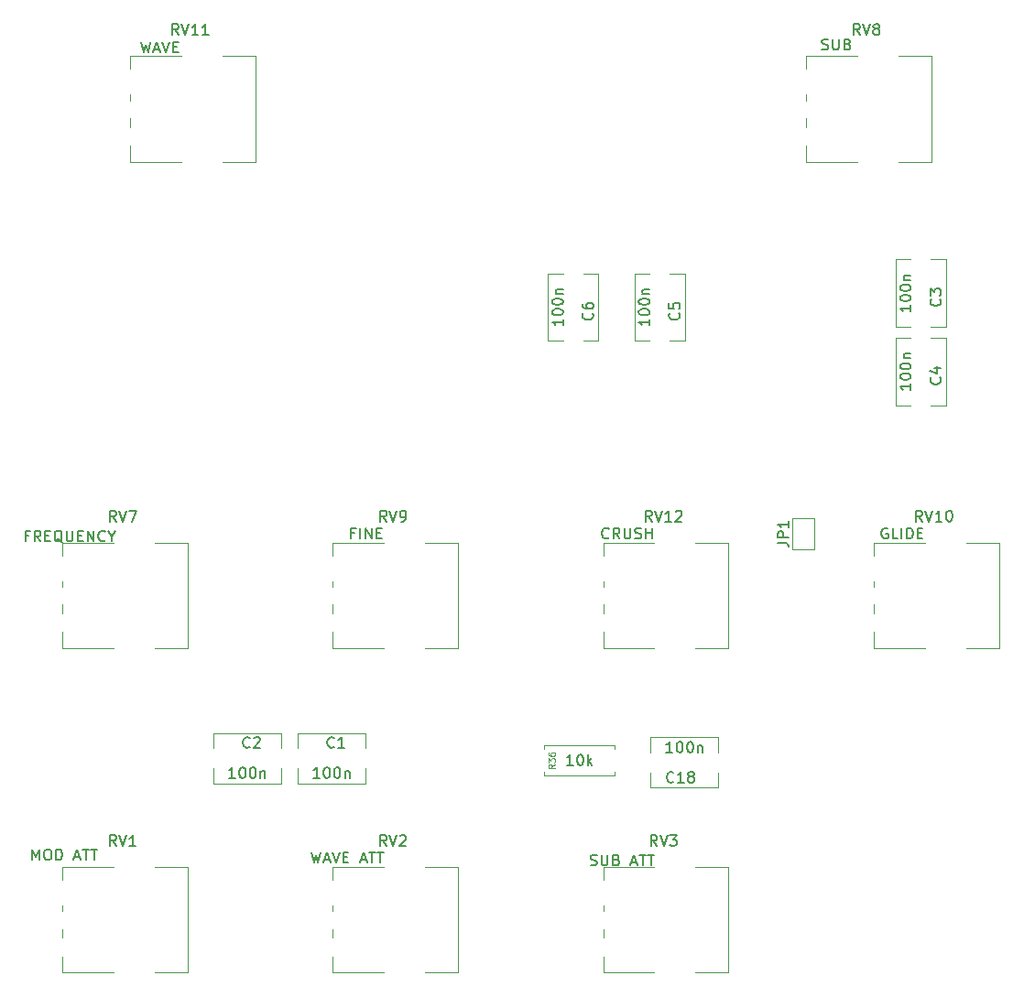
<source format=gbr>
%TF.GenerationSoftware,KiCad,Pcbnew,(5.1.9)-1*%
%TF.CreationDate,2021-06-30T11:31:52+01:00*%
%TF.ProjectId,VCDO,5643444f-2e6b-4696-9361-645f70636258,rev?*%
%TF.SameCoordinates,Original*%
%TF.FileFunction,Legend,Top*%
%TF.FilePolarity,Positive*%
%FSLAX46Y46*%
G04 Gerber Fmt 4.6, Leading zero omitted, Abs format (unit mm)*
G04 Created by KiCad (PCBNEW (5.1.9)-1) date 2021-06-30 11:31:52*
%MOMM*%
%LPD*%
G01*
G04 APERTURE LIST*
%ADD10C,0.120000*%
%ADD11C,0.150000*%
%ADD12C,0.100000*%
G04 APERTURE END LIST*
D10*
%TO.C,C18*%
X72780000Y-99475000D02*
X72780000Y-98079000D01*
X72780000Y-102721000D02*
X72780000Y-101325000D01*
X79020000Y-99475000D02*
X79020000Y-98079000D01*
X79020000Y-102721000D02*
X79020000Y-101325000D01*
X79020000Y-98079000D02*
X72780000Y-98079000D01*
X79020000Y-102721000D02*
X72780000Y-102721000D01*
%TO.C,C6*%
X64675000Y-61420000D02*
X63279000Y-61420000D01*
X67921000Y-61420000D02*
X66525000Y-61420000D01*
X64675000Y-55180000D02*
X63279000Y-55180000D01*
X67921000Y-55180000D02*
X66525000Y-55180000D01*
X63279000Y-55180000D02*
X63279000Y-61420000D01*
X67921000Y-55180000D02*
X67921000Y-61420000D01*
%TO.C,C5*%
X72675000Y-61420000D02*
X71279000Y-61420000D01*
X75921000Y-61420000D02*
X74525000Y-61420000D01*
X72675000Y-55180000D02*
X71279000Y-55180000D01*
X75921000Y-55180000D02*
X74525000Y-55180000D01*
X71279000Y-55180000D02*
X71279000Y-61420000D01*
X75921000Y-55180000D02*
X75921000Y-61420000D01*
%TO.C,C4*%
X96825000Y-67370000D02*
X95429000Y-67370000D01*
X100071000Y-67370000D02*
X98675000Y-67370000D01*
X96825000Y-61130000D02*
X95429000Y-61130000D01*
X100071000Y-61130000D02*
X98675000Y-61130000D01*
X95429000Y-61130000D02*
X95429000Y-67370000D01*
X100071000Y-61130000D02*
X100071000Y-67370000D01*
%TO.C,C3*%
X96825000Y-60120000D02*
X95429000Y-60120000D01*
X100071000Y-60120000D02*
X98675000Y-60120000D01*
X96825000Y-53880000D02*
X95429000Y-53880000D01*
X100071000Y-53880000D02*
X98675000Y-53880000D01*
X95429000Y-53880000D02*
X95429000Y-60120000D01*
X100071000Y-53880000D02*
X100071000Y-60120000D01*
%TO.C,C2*%
X38620000Y-100925000D02*
X38620000Y-102321000D01*
X38620000Y-97679000D02*
X38620000Y-99075000D01*
X32380000Y-100925000D02*
X32380000Y-102321000D01*
X32380000Y-97679000D02*
X32380000Y-99075000D01*
X32380000Y-102321000D02*
X38620000Y-102321000D01*
X32380000Y-97679000D02*
X38620000Y-97679000D01*
%TO.C,C1*%
X46420000Y-100925000D02*
X46420000Y-102321000D01*
X46420000Y-97679000D02*
X46420000Y-99075000D01*
X40180000Y-100925000D02*
X40180000Y-102321000D01*
X40180000Y-97679000D02*
X40180000Y-99075000D01*
X40180000Y-102321000D02*
X46420000Y-102321000D01*
X40180000Y-97679000D02*
X46420000Y-97679000D01*
%TO.C,RV11*%
X36227000Y-44830000D02*
X36227000Y-35090000D01*
X24637000Y-44830000D02*
X24637000Y-43340000D01*
X33167000Y-44830000D02*
X36227000Y-44830000D01*
X24637000Y-35080000D02*
X29357000Y-35080000D01*
X33167000Y-35090000D02*
X36227000Y-35090000D01*
X24637000Y-44830000D02*
X29357000Y-44830000D01*
X24637000Y-36270000D02*
X24637000Y-35090000D01*
X24637000Y-39170000D02*
X24637000Y-38640000D01*
X24637000Y-41620000D02*
X24637000Y-40790000D01*
%TO.C,RV12*%
X79977000Y-89830000D02*
X79977000Y-80090000D01*
X68387000Y-89830000D02*
X68387000Y-88340000D01*
X76917000Y-89830000D02*
X79977000Y-89830000D01*
X68387000Y-80080000D02*
X73107000Y-80080000D01*
X76917000Y-80090000D02*
X79977000Y-80090000D01*
X68387000Y-89830000D02*
X73107000Y-89830000D01*
X68387000Y-81270000D02*
X68387000Y-80090000D01*
X68387000Y-84170000D02*
X68387000Y-83640000D01*
X68387000Y-86620000D02*
X68387000Y-85790000D01*
%TO.C,RV10*%
X104977000Y-89830000D02*
X104977000Y-80090000D01*
X93387000Y-89830000D02*
X93387000Y-88340000D01*
X101917000Y-89830000D02*
X104977000Y-89830000D01*
X93387000Y-80080000D02*
X98107000Y-80080000D01*
X101917000Y-80090000D02*
X104977000Y-80090000D01*
X93387000Y-89830000D02*
X98107000Y-89830000D01*
X93387000Y-81270000D02*
X93387000Y-80090000D01*
X93387000Y-84170000D02*
X93387000Y-83640000D01*
X93387000Y-86620000D02*
X93387000Y-85790000D01*
%TO.C,RV9*%
X54977000Y-89830000D02*
X54977000Y-80090000D01*
X43387000Y-89830000D02*
X43387000Y-88340000D01*
X51917000Y-89830000D02*
X54977000Y-89830000D01*
X43387000Y-80080000D02*
X48107000Y-80080000D01*
X51917000Y-80090000D02*
X54977000Y-80090000D01*
X43387000Y-89830000D02*
X48107000Y-89830000D01*
X43387000Y-81270000D02*
X43387000Y-80090000D01*
X43387000Y-84170000D02*
X43387000Y-83640000D01*
X43387000Y-86620000D02*
X43387000Y-85790000D01*
%TO.C,RV8*%
X98727000Y-44830000D02*
X98727000Y-35090000D01*
X87137000Y-44830000D02*
X87137000Y-43340000D01*
X95667000Y-44830000D02*
X98727000Y-44830000D01*
X87137000Y-35080000D02*
X91857000Y-35080000D01*
X95667000Y-35090000D02*
X98727000Y-35090000D01*
X87137000Y-44830000D02*
X91857000Y-44830000D01*
X87137000Y-36270000D02*
X87137000Y-35090000D01*
X87137000Y-39170000D02*
X87137000Y-38640000D01*
X87137000Y-41620000D02*
X87137000Y-40790000D01*
%TO.C,RV7*%
X29977000Y-89830000D02*
X29977000Y-80090000D01*
X18387000Y-89830000D02*
X18387000Y-88340000D01*
X26917000Y-89830000D02*
X29977000Y-89830000D01*
X18387000Y-80080000D02*
X23107000Y-80080000D01*
X26917000Y-80090000D02*
X29977000Y-80090000D01*
X18387000Y-89830000D02*
X23107000Y-89830000D01*
X18387000Y-81270000D02*
X18387000Y-80090000D01*
X18387000Y-84170000D02*
X18387000Y-83640000D01*
X18387000Y-86620000D02*
X18387000Y-85790000D01*
%TO.C,RV3*%
X79977000Y-119830000D02*
X79977000Y-110090000D01*
X68387000Y-119830000D02*
X68387000Y-118340000D01*
X76917000Y-119830000D02*
X79977000Y-119830000D01*
X68387000Y-110080000D02*
X73107000Y-110080000D01*
X76917000Y-110090000D02*
X79977000Y-110090000D01*
X68387000Y-119830000D02*
X73107000Y-119830000D01*
X68387000Y-111270000D02*
X68387000Y-110090000D01*
X68387000Y-114170000D02*
X68387000Y-113640000D01*
X68387000Y-116620000D02*
X68387000Y-115790000D01*
%TO.C,RV2*%
X54977000Y-119830000D02*
X54977000Y-110090000D01*
X43387000Y-119830000D02*
X43387000Y-118340000D01*
X51917000Y-119830000D02*
X54977000Y-119830000D01*
X43387000Y-110080000D02*
X48107000Y-110080000D01*
X51917000Y-110090000D02*
X54977000Y-110090000D01*
X43387000Y-119830000D02*
X48107000Y-119830000D01*
X43387000Y-111270000D02*
X43387000Y-110090000D01*
X43387000Y-114170000D02*
X43387000Y-113640000D01*
X43387000Y-116620000D02*
X43387000Y-115790000D01*
%TO.C,RV1*%
X29977000Y-119830000D02*
X29977000Y-110090000D01*
X18387000Y-119830000D02*
X18387000Y-118340000D01*
X26917000Y-119830000D02*
X29977000Y-119830000D01*
X18387000Y-110080000D02*
X23107000Y-110080000D01*
X26917000Y-110090000D02*
X29977000Y-110090000D01*
X18387000Y-119830000D02*
X23107000Y-119830000D01*
X18387000Y-111270000D02*
X18387000Y-110090000D01*
X18387000Y-114170000D02*
X18387000Y-113640000D01*
X18387000Y-116620000D02*
X18387000Y-115790000D01*
%TO.C,R36*%
X62920000Y-99160000D02*
X62920000Y-98830000D01*
X62920000Y-98830000D02*
X69460000Y-98830000D01*
X69460000Y-98830000D02*
X69460000Y-99160000D01*
X62920000Y-101240000D02*
X62920000Y-101570000D01*
X62920000Y-101570000D02*
X69460000Y-101570000D01*
X69460000Y-101570000D02*
X69460000Y-101240000D01*
%TO.C,JP1*%
X85868000Y-80648000D02*
X85868000Y-77848000D01*
X85868000Y-77848000D02*
X87868000Y-77848000D01*
X87868000Y-77848000D02*
X87868000Y-80648000D01*
X87868000Y-80648000D02*
X85868000Y-80648000D01*
%TO.C,C18*%
D11*
X74886942Y-102166842D02*
X74839323Y-102214461D01*
X74696466Y-102262080D01*
X74601228Y-102262080D01*
X74458371Y-102214461D01*
X74363133Y-102119223D01*
X74315514Y-102023985D01*
X74267895Y-101833509D01*
X74267895Y-101690652D01*
X74315514Y-101500176D01*
X74363133Y-101404938D01*
X74458371Y-101309700D01*
X74601228Y-101262080D01*
X74696466Y-101262080D01*
X74839323Y-101309700D01*
X74886942Y-101357319D01*
X75839323Y-102262080D02*
X75267895Y-102262080D01*
X75553609Y-102262080D02*
X75553609Y-101262080D01*
X75458371Y-101404938D01*
X75363133Y-101500176D01*
X75267895Y-101547795D01*
X76410752Y-101690652D02*
X76315514Y-101643033D01*
X76267895Y-101595414D01*
X76220276Y-101500176D01*
X76220276Y-101452557D01*
X76267895Y-101357319D01*
X76315514Y-101309700D01*
X76410752Y-101262080D01*
X76601228Y-101262080D01*
X76696466Y-101309700D01*
X76744085Y-101357319D01*
X76791704Y-101452557D01*
X76791704Y-101500176D01*
X76744085Y-101595414D01*
X76696466Y-101643033D01*
X76601228Y-101690652D01*
X76410752Y-101690652D01*
X76315514Y-101738271D01*
X76267895Y-101785890D01*
X76220276Y-101881128D01*
X76220276Y-102071604D01*
X76267895Y-102166842D01*
X76315514Y-102214461D01*
X76410752Y-102262080D01*
X76601228Y-102262080D01*
X76696466Y-102214461D01*
X76744085Y-102166842D01*
X76791704Y-102071604D01*
X76791704Y-101881128D01*
X76744085Y-101785890D01*
X76696466Y-101738271D01*
X76601228Y-101690652D01*
X74789212Y-99465540D02*
X74217783Y-99465540D01*
X74503498Y-99465540D02*
X74503498Y-98465540D01*
X74408260Y-98608398D01*
X74313021Y-98703636D01*
X74217783Y-98751255D01*
X75408260Y-98465540D02*
X75503498Y-98465540D01*
X75598736Y-98513160D01*
X75646355Y-98560779D01*
X75693974Y-98656017D01*
X75741593Y-98846493D01*
X75741593Y-99084588D01*
X75693974Y-99275064D01*
X75646355Y-99370302D01*
X75598736Y-99417921D01*
X75503498Y-99465540D01*
X75408260Y-99465540D01*
X75313021Y-99417921D01*
X75265402Y-99370302D01*
X75217783Y-99275064D01*
X75170164Y-99084588D01*
X75170164Y-98846493D01*
X75217783Y-98656017D01*
X75265402Y-98560779D01*
X75313021Y-98513160D01*
X75408260Y-98465540D01*
X76360640Y-98465540D02*
X76455879Y-98465540D01*
X76551117Y-98513160D01*
X76598736Y-98560779D01*
X76646355Y-98656017D01*
X76693974Y-98846493D01*
X76693974Y-99084588D01*
X76646355Y-99275064D01*
X76598736Y-99370302D01*
X76551117Y-99417921D01*
X76455879Y-99465540D01*
X76360640Y-99465540D01*
X76265402Y-99417921D01*
X76217783Y-99370302D01*
X76170164Y-99275064D01*
X76122545Y-99084588D01*
X76122545Y-98846493D01*
X76170164Y-98656017D01*
X76217783Y-98560779D01*
X76265402Y-98513160D01*
X76360640Y-98465540D01*
X77122545Y-98798874D02*
X77122545Y-99465540D01*
X77122545Y-98894112D02*
X77170164Y-98846493D01*
X77265402Y-98798874D01*
X77408260Y-98798874D01*
X77503498Y-98846493D01*
X77551117Y-98941731D01*
X77551117Y-99465540D01*
%TO.C,C6*%
X67366842Y-58836866D02*
X67414461Y-58884485D01*
X67462080Y-59027342D01*
X67462080Y-59122580D01*
X67414461Y-59265438D01*
X67319223Y-59360676D01*
X67223985Y-59408295D01*
X67033509Y-59455914D01*
X66890652Y-59455914D01*
X66700176Y-59408295D01*
X66604938Y-59360676D01*
X66509700Y-59265438D01*
X66462080Y-59122580D01*
X66462080Y-59027342D01*
X66509700Y-58884485D01*
X66557319Y-58836866D01*
X66462080Y-57979723D02*
X66462080Y-58170200D01*
X66509700Y-58265438D01*
X66557319Y-58313057D01*
X66700176Y-58408295D01*
X66890652Y-58455914D01*
X67271604Y-58455914D01*
X67366842Y-58408295D01*
X67414461Y-58360676D01*
X67462080Y-58265438D01*
X67462080Y-58074961D01*
X67414461Y-57979723D01*
X67366842Y-57932104D01*
X67271604Y-57884485D01*
X67033509Y-57884485D01*
X66938271Y-57932104D01*
X66890652Y-57979723D01*
X66843033Y-58074961D01*
X66843033Y-58265438D01*
X66890652Y-58360676D01*
X66938271Y-58408295D01*
X67033509Y-58455914D01*
X64665540Y-59410787D02*
X64665540Y-59982216D01*
X64665540Y-59696501D02*
X63665540Y-59696501D01*
X63808398Y-59791740D01*
X63903636Y-59886978D01*
X63951255Y-59982216D01*
X63665540Y-58791740D02*
X63665540Y-58696501D01*
X63713160Y-58601263D01*
X63760779Y-58553644D01*
X63856017Y-58506025D01*
X64046493Y-58458406D01*
X64284588Y-58458406D01*
X64475064Y-58506025D01*
X64570302Y-58553644D01*
X64617921Y-58601263D01*
X64665540Y-58696501D01*
X64665540Y-58791740D01*
X64617921Y-58886978D01*
X64570302Y-58934597D01*
X64475064Y-58982216D01*
X64284588Y-59029835D01*
X64046493Y-59029835D01*
X63856017Y-58982216D01*
X63760779Y-58934597D01*
X63713160Y-58886978D01*
X63665540Y-58791740D01*
X63665540Y-57839359D02*
X63665540Y-57744120D01*
X63713160Y-57648882D01*
X63760779Y-57601263D01*
X63856017Y-57553644D01*
X64046493Y-57506025D01*
X64284588Y-57506025D01*
X64475064Y-57553644D01*
X64570302Y-57601263D01*
X64617921Y-57648882D01*
X64665540Y-57744120D01*
X64665540Y-57839359D01*
X64617921Y-57934597D01*
X64570302Y-57982216D01*
X64475064Y-58029835D01*
X64284588Y-58077454D01*
X64046493Y-58077454D01*
X63856017Y-58029835D01*
X63760779Y-57982216D01*
X63713160Y-57934597D01*
X63665540Y-57839359D01*
X63998874Y-57077454D02*
X64665540Y-57077454D01*
X64094112Y-57077454D02*
X64046493Y-57029835D01*
X63998874Y-56934597D01*
X63998874Y-56791740D01*
X64046493Y-56696501D01*
X64141731Y-56648882D01*
X64665540Y-56648882D01*
%TO.C,C5*%
X75366842Y-58836866D02*
X75414461Y-58884485D01*
X75462080Y-59027342D01*
X75462080Y-59122580D01*
X75414461Y-59265438D01*
X75319223Y-59360676D01*
X75223985Y-59408295D01*
X75033509Y-59455914D01*
X74890652Y-59455914D01*
X74700176Y-59408295D01*
X74604938Y-59360676D01*
X74509700Y-59265438D01*
X74462080Y-59122580D01*
X74462080Y-59027342D01*
X74509700Y-58884485D01*
X74557319Y-58836866D01*
X74462080Y-57932104D02*
X74462080Y-58408295D01*
X74938271Y-58455914D01*
X74890652Y-58408295D01*
X74843033Y-58313057D01*
X74843033Y-58074961D01*
X74890652Y-57979723D01*
X74938271Y-57932104D01*
X75033509Y-57884485D01*
X75271604Y-57884485D01*
X75366842Y-57932104D01*
X75414461Y-57979723D01*
X75462080Y-58074961D01*
X75462080Y-58313057D01*
X75414461Y-58408295D01*
X75366842Y-58455914D01*
X72665540Y-59410787D02*
X72665540Y-59982216D01*
X72665540Y-59696501D02*
X71665540Y-59696501D01*
X71808398Y-59791740D01*
X71903636Y-59886978D01*
X71951255Y-59982216D01*
X71665540Y-58791740D02*
X71665540Y-58696501D01*
X71713160Y-58601263D01*
X71760779Y-58553644D01*
X71856017Y-58506025D01*
X72046493Y-58458406D01*
X72284588Y-58458406D01*
X72475064Y-58506025D01*
X72570302Y-58553644D01*
X72617921Y-58601263D01*
X72665540Y-58696501D01*
X72665540Y-58791740D01*
X72617921Y-58886978D01*
X72570302Y-58934597D01*
X72475064Y-58982216D01*
X72284588Y-59029835D01*
X72046493Y-59029835D01*
X71856017Y-58982216D01*
X71760779Y-58934597D01*
X71713160Y-58886978D01*
X71665540Y-58791740D01*
X71665540Y-57839359D02*
X71665540Y-57744120D01*
X71713160Y-57648882D01*
X71760779Y-57601263D01*
X71856017Y-57553644D01*
X72046493Y-57506025D01*
X72284588Y-57506025D01*
X72475064Y-57553644D01*
X72570302Y-57601263D01*
X72617921Y-57648882D01*
X72665540Y-57744120D01*
X72665540Y-57839359D01*
X72617921Y-57934597D01*
X72570302Y-57982216D01*
X72475064Y-58029835D01*
X72284588Y-58077454D01*
X72046493Y-58077454D01*
X71856017Y-58029835D01*
X71760779Y-57982216D01*
X71713160Y-57934597D01*
X71665540Y-57839359D01*
X71998874Y-57077454D02*
X72665540Y-57077454D01*
X72094112Y-57077454D02*
X72046493Y-57029835D01*
X71998874Y-56934597D01*
X71998874Y-56791740D01*
X72046493Y-56696501D01*
X72141731Y-56648882D01*
X72665540Y-56648882D01*
%TO.C,C4*%
X99516842Y-64786866D02*
X99564461Y-64834485D01*
X99612080Y-64977342D01*
X99612080Y-65072580D01*
X99564461Y-65215438D01*
X99469223Y-65310676D01*
X99373985Y-65358295D01*
X99183509Y-65405914D01*
X99040652Y-65405914D01*
X98850176Y-65358295D01*
X98754938Y-65310676D01*
X98659700Y-65215438D01*
X98612080Y-65072580D01*
X98612080Y-64977342D01*
X98659700Y-64834485D01*
X98707319Y-64786866D01*
X98945414Y-63929723D02*
X99612080Y-63929723D01*
X98564461Y-64167819D02*
X99278747Y-64405914D01*
X99278747Y-63786866D01*
X96815540Y-65360787D02*
X96815540Y-65932216D01*
X96815540Y-65646501D02*
X95815540Y-65646501D01*
X95958398Y-65741740D01*
X96053636Y-65836978D01*
X96101255Y-65932216D01*
X95815540Y-64741740D02*
X95815540Y-64646501D01*
X95863160Y-64551263D01*
X95910779Y-64503644D01*
X96006017Y-64456025D01*
X96196493Y-64408406D01*
X96434588Y-64408406D01*
X96625064Y-64456025D01*
X96720302Y-64503644D01*
X96767921Y-64551263D01*
X96815540Y-64646501D01*
X96815540Y-64741740D01*
X96767921Y-64836978D01*
X96720302Y-64884597D01*
X96625064Y-64932216D01*
X96434588Y-64979835D01*
X96196493Y-64979835D01*
X96006017Y-64932216D01*
X95910779Y-64884597D01*
X95863160Y-64836978D01*
X95815540Y-64741740D01*
X95815540Y-63789359D02*
X95815540Y-63694120D01*
X95863160Y-63598882D01*
X95910779Y-63551263D01*
X96006017Y-63503644D01*
X96196493Y-63456025D01*
X96434588Y-63456025D01*
X96625064Y-63503644D01*
X96720302Y-63551263D01*
X96767921Y-63598882D01*
X96815540Y-63694120D01*
X96815540Y-63789359D01*
X96767921Y-63884597D01*
X96720302Y-63932216D01*
X96625064Y-63979835D01*
X96434588Y-64027454D01*
X96196493Y-64027454D01*
X96006017Y-63979835D01*
X95910779Y-63932216D01*
X95863160Y-63884597D01*
X95815540Y-63789359D01*
X96148874Y-63027454D02*
X96815540Y-63027454D01*
X96244112Y-63027454D02*
X96196493Y-62979835D01*
X96148874Y-62884597D01*
X96148874Y-62741740D01*
X96196493Y-62646501D01*
X96291731Y-62598882D01*
X96815540Y-62598882D01*
%TO.C,C3*%
X99516842Y-57536866D02*
X99564461Y-57584485D01*
X99612080Y-57727342D01*
X99612080Y-57822580D01*
X99564461Y-57965438D01*
X99469223Y-58060676D01*
X99373985Y-58108295D01*
X99183509Y-58155914D01*
X99040652Y-58155914D01*
X98850176Y-58108295D01*
X98754938Y-58060676D01*
X98659700Y-57965438D01*
X98612080Y-57822580D01*
X98612080Y-57727342D01*
X98659700Y-57584485D01*
X98707319Y-57536866D01*
X98612080Y-57203533D02*
X98612080Y-56584485D01*
X98993033Y-56917819D01*
X98993033Y-56774961D01*
X99040652Y-56679723D01*
X99088271Y-56632104D01*
X99183509Y-56584485D01*
X99421604Y-56584485D01*
X99516842Y-56632104D01*
X99564461Y-56679723D01*
X99612080Y-56774961D01*
X99612080Y-57060676D01*
X99564461Y-57155914D01*
X99516842Y-57203533D01*
X96815540Y-58110787D02*
X96815540Y-58682216D01*
X96815540Y-58396501D02*
X95815540Y-58396501D01*
X95958398Y-58491740D01*
X96053636Y-58586978D01*
X96101255Y-58682216D01*
X95815540Y-57491740D02*
X95815540Y-57396501D01*
X95863160Y-57301263D01*
X95910779Y-57253644D01*
X96006017Y-57206025D01*
X96196493Y-57158406D01*
X96434588Y-57158406D01*
X96625064Y-57206025D01*
X96720302Y-57253644D01*
X96767921Y-57301263D01*
X96815540Y-57396501D01*
X96815540Y-57491740D01*
X96767921Y-57586978D01*
X96720302Y-57634597D01*
X96625064Y-57682216D01*
X96434588Y-57729835D01*
X96196493Y-57729835D01*
X96006017Y-57682216D01*
X95910779Y-57634597D01*
X95863160Y-57586978D01*
X95815540Y-57491740D01*
X95815540Y-56539359D02*
X95815540Y-56444120D01*
X95863160Y-56348882D01*
X95910779Y-56301263D01*
X96006017Y-56253644D01*
X96196493Y-56206025D01*
X96434588Y-56206025D01*
X96625064Y-56253644D01*
X96720302Y-56301263D01*
X96767921Y-56348882D01*
X96815540Y-56444120D01*
X96815540Y-56539359D01*
X96767921Y-56634597D01*
X96720302Y-56682216D01*
X96625064Y-56729835D01*
X96434588Y-56777454D01*
X96196493Y-56777454D01*
X96006017Y-56729835D01*
X95910779Y-56682216D01*
X95863160Y-56634597D01*
X95815540Y-56539359D01*
X96148874Y-55777454D02*
X96815540Y-55777454D01*
X96244112Y-55777454D02*
X96196493Y-55729835D01*
X96148874Y-55634597D01*
X96148874Y-55491740D01*
X96196493Y-55396501D01*
X96291731Y-55348882D01*
X96815540Y-55348882D01*
%TO.C,C2*%
X35703533Y-98947442D02*
X35655914Y-98995061D01*
X35513057Y-99042680D01*
X35417819Y-99042680D01*
X35274961Y-98995061D01*
X35179723Y-98899823D01*
X35132104Y-98804585D01*
X35084485Y-98614109D01*
X35084485Y-98471252D01*
X35132104Y-98280776D01*
X35179723Y-98185538D01*
X35274961Y-98090300D01*
X35417819Y-98042680D01*
X35513057Y-98042680D01*
X35655914Y-98090300D01*
X35703533Y-98137919D01*
X36084485Y-98137919D02*
X36132104Y-98090300D01*
X36227342Y-98042680D01*
X36465438Y-98042680D01*
X36560676Y-98090300D01*
X36608295Y-98137919D01*
X36655914Y-98233157D01*
X36655914Y-98328395D01*
X36608295Y-98471252D01*
X36036866Y-99042680D01*
X36655914Y-99042680D01*
X34372692Y-101839220D02*
X33801263Y-101839220D01*
X34086978Y-101839220D02*
X34086978Y-100839220D01*
X33991740Y-100982078D01*
X33896501Y-101077316D01*
X33801263Y-101124935D01*
X34991740Y-100839220D02*
X35086978Y-100839220D01*
X35182216Y-100886840D01*
X35229835Y-100934459D01*
X35277454Y-101029697D01*
X35325073Y-101220173D01*
X35325073Y-101458268D01*
X35277454Y-101648744D01*
X35229835Y-101743982D01*
X35182216Y-101791601D01*
X35086978Y-101839220D01*
X34991740Y-101839220D01*
X34896501Y-101791601D01*
X34848882Y-101743982D01*
X34801263Y-101648744D01*
X34753644Y-101458268D01*
X34753644Y-101220173D01*
X34801263Y-101029697D01*
X34848882Y-100934459D01*
X34896501Y-100886840D01*
X34991740Y-100839220D01*
X35944120Y-100839220D02*
X36039359Y-100839220D01*
X36134597Y-100886840D01*
X36182216Y-100934459D01*
X36229835Y-101029697D01*
X36277454Y-101220173D01*
X36277454Y-101458268D01*
X36229835Y-101648744D01*
X36182216Y-101743982D01*
X36134597Y-101791601D01*
X36039359Y-101839220D01*
X35944120Y-101839220D01*
X35848882Y-101791601D01*
X35801263Y-101743982D01*
X35753644Y-101648744D01*
X35706025Y-101458268D01*
X35706025Y-101220173D01*
X35753644Y-101029697D01*
X35801263Y-100934459D01*
X35848882Y-100886840D01*
X35944120Y-100839220D01*
X36706025Y-101172554D02*
X36706025Y-101839220D01*
X36706025Y-101267792D02*
X36753644Y-101220173D01*
X36848882Y-101172554D01*
X36991740Y-101172554D01*
X37086978Y-101220173D01*
X37134597Y-101315411D01*
X37134597Y-101839220D01*
%TO.C,C1*%
X43503533Y-98947442D02*
X43455914Y-98995061D01*
X43313057Y-99042680D01*
X43217819Y-99042680D01*
X43074961Y-98995061D01*
X42979723Y-98899823D01*
X42932104Y-98804585D01*
X42884485Y-98614109D01*
X42884485Y-98471252D01*
X42932104Y-98280776D01*
X42979723Y-98185538D01*
X43074961Y-98090300D01*
X43217819Y-98042680D01*
X43313057Y-98042680D01*
X43455914Y-98090300D01*
X43503533Y-98137919D01*
X44455914Y-99042680D02*
X43884485Y-99042680D01*
X44170200Y-99042680D02*
X44170200Y-98042680D01*
X44074961Y-98185538D01*
X43979723Y-98280776D01*
X43884485Y-98328395D01*
X42172692Y-101839220D02*
X41601263Y-101839220D01*
X41886978Y-101839220D02*
X41886978Y-100839220D01*
X41791740Y-100982078D01*
X41696501Y-101077316D01*
X41601263Y-101124935D01*
X42791740Y-100839220D02*
X42886978Y-100839220D01*
X42982216Y-100886840D01*
X43029835Y-100934459D01*
X43077454Y-101029697D01*
X43125073Y-101220173D01*
X43125073Y-101458268D01*
X43077454Y-101648744D01*
X43029835Y-101743982D01*
X42982216Y-101791601D01*
X42886978Y-101839220D01*
X42791740Y-101839220D01*
X42696501Y-101791601D01*
X42648882Y-101743982D01*
X42601263Y-101648744D01*
X42553644Y-101458268D01*
X42553644Y-101220173D01*
X42601263Y-101029697D01*
X42648882Y-100934459D01*
X42696501Y-100886840D01*
X42791740Y-100839220D01*
X43744120Y-100839220D02*
X43839359Y-100839220D01*
X43934597Y-100886840D01*
X43982216Y-100934459D01*
X44029835Y-101029697D01*
X44077454Y-101220173D01*
X44077454Y-101458268D01*
X44029835Y-101648744D01*
X43982216Y-101743982D01*
X43934597Y-101791601D01*
X43839359Y-101839220D01*
X43744120Y-101839220D01*
X43648882Y-101791601D01*
X43601263Y-101743982D01*
X43553644Y-101648744D01*
X43506025Y-101458268D01*
X43506025Y-101220173D01*
X43553644Y-101029697D01*
X43601263Y-100934459D01*
X43648882Y-100886840D01*
X43744120Y-100839220D01*
X44506025Y-101172554D02*
X44506025Y-101839220D01*
X44506025Y-101267792D02*
X44553644Y-101220173D01*
X44648882Y-101172554D01*
X44791740Y-101172554D01*
X44886978Y-101220173D01*
X44934597Y-101315411D01*
X44934597Y-101839220D01*
%TO.C,RV11*%
X29135571Y-33112380D02*
X28802238Y-32636190D01*
X28564142Y-33112380D02*
X28564142Y-32112380D01*
X28945095Y-32112380D01*
X29040333Y-32160000D01*
X29087952Y-32207619D01*
X29135571Y-32302857D01*
X29135571Y-32445714D01*
X29087952Y-32540952D01*
X29040333Y-32588571D01*
X28945095Y-32636190D01*
X28564142Y-32636190D01*
X29421285Y-32112380D02*
X29754619Y-33112380D01*
X30087952Y-32112380D01*
X30945095Y-33112380D02*
X30373666Y-33112380D01*
X30659380Y-33112380D02*
X30659380Y-32112380D01*
X30564142Y-32255238D01*
X30468904Y-32350476D01*
X30373666Y-32398095D01*
X31897476Y-33112380D02*
X31326047Y-33112380D01*
X31611761Y-33112380D02*
X31611761Y-32112380D01*
X31516523Y-32255238D01*
X31421285Y-32350476D01*
X31326047Y-32398095D01*
X25693904Y-33742380D02*
X25932000Y-34742380D01*
X26122476Y-34028095D01*
X26312952Y-34742380D01*
X26551047Y-33742380D01*
X26884380Y-34456666D02*
X27360571Y-34456666D01*
X26789142Y-34742380D02*
X27122476Y-33742380D01*
X27455809Y-34742380D01*
X27646285Y-33742380D02*
X27979619Y-34742380D01*
X28312952Y-33742380D01*
X28646285Y-34218571D02*
X28979619Y-34218571D01*
X29122476Y-34742380D02*
X28646285Y-34742380D01*
X28646285Y-33742380D01*
X29122476Y-33742380D01*
%TO.C,RV12*%
X72885571Y-78112380D02*
X72552238Y-77636190D01*
X72314142Y-78112380D02*
X72314142Y-77112380D01*
X72695095Y-77112380D01*
X72790333Y-77160000D01*
X72837952Y-77207619D01*
X72885571Y-77302857D01*
X72885571Y-77445714D01*
X72837952Y-77540952D01*
X72790333Y-77588571D01*
X72695095Y-77636190D01*
X72314142Y-77636190D01*
X73171285Y-77112380D02*
X73504619Y-78112380D01*
X73837952Y-77112380D01*
X74695095Y-78112380D02*
X74123666Y-78112380D01*
X74409380Y-78112380D02*
X74409380Y-77112380D01*
X74314142Y-77255238D01*
X74218904Y-77350476D01*
X74123666Y-77398095D01*
X75076047Y-77207619D02*
X75123666Y-77160000D01*
X75218904Y-77112380D01*
X75457000Y-77112380D01*
X75552238Y-77160000D01*
X75599857Y-77207619D01*
X75647476Y-77302857D01*
X75647476Y-77398095D01*
X75599857Y-77540952D01*
X75028428Y-78112380D01*
X75647476Y-78112380D01*
X68897714Y-79605142D02*
X68850095Y-79652761D01*
X68707238Y-79700380D01*
X68612000Y-79700380D01*
X68469142Y-79652761D01*
X68373904Y-79557523D01*
X68326285Y-79462285D01*
X68278666Y-79271809D01*
X68278666Y-79128952D01*
X68326285Y-78938476D01*
X68373904Y-78843238D01*
X68469142Y-78748000D01*
X68612000Y-78700380D01*
X68707238Y-78700380D01*
X68850095Y-78748000D01*
X68897714Y-78795619D01*
X69897714Y-79700380D02*
X69564380Y-79224190D01*
X69326285Y-79700380D02*
X69326285Y-78700380D01*
X69707238Y-78700380D01*
X69802476Y-78748000D01*
X69850095Y-78795619D01*
X69897714Y-78890857D01*
X69897714Y-79033714D01*
X69850095Y-79128952D01*
X69802476Y-79176571D01*
X69707238Y-79224190D01*
X69326285Y-79224190D01*
X70326285Y-78700380D02*
X70326285Y-79509904D01*
X70373904Y-79605142D01*
X70421523Y-79652761D01*
X70516761Y-79700380D01*
X70707238Y-79700380D01*
X70802476Y-79652761D01*
X70850095Y-79605142D01*
X70897714Y-79509904D01*
X70897714Y-78700380D01*
X71326285Y-79652761D02*
X71469142Y-79700380D01*
X71707238Y-79700380D01*
X71802476Y-79652761D01*
X71850095Y-79605142D01*
X71897714Y-79509904D01*
X71897714Y-79414666D01*
X71850095Y-79319428D01*
X71802476Y-79271809D01*
X71707238Y-79224190D01*
X71516761Y-79176571D01*
X71421523Y-79128952D01*
X71373904Y-79081333D01*
X71326285Y-78986095D01*
X71326285Y-78890857D01*
X71373904Y-78795619D01*
X71421523Y-78748000D01*
X71516761Y-78700380D01*
X71754857Y-78700380D01*
X71897714Y-78748000D01*
X72326285Y-79700380D02*
X72326285Y-78700380D01*
X72326285Y-79176571D02*
X72897714Y-79176571D01*
X72897714Y-79700380D02*
X72897714Y-78700380D01*
%TO.C,RV10*%
X97885571Y-78112380D02*
X97552238Y-77636190D01*
X97314142Y-78112380D02*
X97314142Y-77112380D01*
X97695095Y-77112380D01*
X97790333Y-77160000D01*
X97837952Y-77207619D01*
X97885571Y-77302857D01*
X97885571Y-77445714D01*
X97837952Y-77540952D01*
X97790333Y-77588571D01*
X97695095Y-77636190D01*
X97314142Y-77636190D01*
X98171285Y-77112380D02*
X98504619Y-78112380D01*
X98837952Y-77112380D01*
X99695095Y-78112380D02*
X99123666Y-78112380D01*
X99409380Y-78112380D02*
X99409380Y-77112380D01*
X99314142Y-77255238D01*
X99218904Y-77350476D01*
X99123666Y-77398095D01*
X100314142Y-77112380D02*
X100409380Y-77112380D01*
X100504619Y-77160000D01*
X100552238Y-77207619D01*
X100599857Y-77302857D01*
X100647476Y-77493333D01*
X100647476Y-77731428D01*
X100599857Y-77921904D01*
X100552238Y-78017142D01*
X100504619Y-78064761D01*
X100409380Y-78112380D01*
X100314142Y-78112380D01*
X100218904Y-78064761D01*
X100171285Y-78017142D01*
X100123666Y-77921904D01*
X100076047Y-77731428D01*
X100076047Y-77493333D01*
X100123666Y-77302857D01*
X100171285Y-77207619D01*
X100218904Y-77160000D01*
X100314142Y-77112380D01*
X94678666Y-78748000D02*
X94583428Y-78700380D01*
X94440571Y-78700380D01*
X94297714Y-78748000D01*
X94202476Y-78843238D01*
X94154857Y-78938476D01*
X94107238Y-79128952D01*
X94107238Y-79271809D01*
X94154857Y-79462285D01*
X94202476Y-79557523D01*
X94297714Y-79652761D01*
X94440571Y-79700380D01*
X94535809Y-79700380D01*
X94678666Y-79652761D01*
X94726285Y-79605142D01*
X94726285Y-79271809D01*
X94535809Y-79271809D01*
X95631047Y-79700380D02*
X95154857Y-79700380D01*
X95154857Y-78700380D01*
X95964380Y-79700380D02*
X95964380Y-78700380D01*
X96440571Y-79700380D02*
X96440571Y-78700380D01*
X96678666Y-78700380D01*
X96821523Y-78748000D01*
X96916761Y-78843238D01*
X96964380Y-78938476D01*
X97012000Y-79128952D01*
X97012000Y-79271809D01*
X96964380Y-79462285D01*
X96916761Y-79557523D01*
X96821523Y-79652761D01*
X96678666Y-79700380D01*
X96440571Y-79700380D01*
X97440571Y-79176571D02*
X97773904Y-79176571D01*
X97916761Y-79700380D02*
X97440571Y-79700380D01*
X97440571Y-78700380D01*
X97916761Y-78700380D01*
%TO.C,RV9*%
X48361761Y-78112380D02*
X48028428Y-77636190D01*
X47790333Y-78112380D02*
X47790333Y-77112380D01*
X48171285Y-77112380D01*
X48266523Y-77160000D01*
X48314142Y-77207619D01*
X48361761Y-77302857D01*
X48361761Y-77445714D01*
X48314142Y-77540952D01*
X48266523Y-77588571D01*
X48171285Y-77636190D01*
X47790333Y-77636190D01*
X48647476Y-77112380D02*
X48980809Y-78112380D01*
X49314142Y-77112380D01*
X49695095Y-78112380D02*
X49885571Y-78112380D01*
X49980809Y-78064761D01*
X50028428Y-78017142D01*
X50123666Y-77874285D01*
X50171285Y-77683809D01*
X50171285Y-77302857D01*
X50123666Y-77207619D01*
X50076047Y-77160000D01*
X49980809Y-77112380D01*
X49790333Y-77112380D01*
X49695095Y-77160000D01*
X49647476Y-77207619D01*
X49599857Y-77302857D01*
X49599857Y-77540952D01*
X49647476Y-77636190D01*
X49695095Y-77683809D01*
X49790333Y-77731428D01*
X49980809Y-77731428D01*
X50076047Y-77683809D01*
X50123666Y-77636190D01*
X50171285Y-77540952D01*
X45410571Y-79176571D02*
X45077238Y-79176571D01*
X45077238Y-79700380D02*
X45077238Y-78700380D01*
X45553428Y-78700380D01*
X45934380Y-79700380D02*
X45934380Y-78700380D01*
X46410571Y-79700380D02*
X46410571Y-78700380D01*
X46982000Y-79700380D01*
X46982000Y-78700380D01*
X47458190Y-79176571D02*
X47791523Y-79176571D01*
X47934380Y-79700380D02*
X47458190Y-79700380D01*
X47458190Y-78700380D01*
X47934380Y-78700380D01*
%TO.C,RV8*%
X92111761Y-33112380D02*
X91778428Y-32636190D01*
X91540333Y-33112380D02*
X91540333Y-32112380D01*
X91921285Y-32112380D01*
X92016523Y-32160000D01*
X92064142Y-32207619D01*
X92111761Y-32302857D01*
X92111761Y-32445714D01*
X92064142Y-32540952D01*
X92016523Y-32588571D01*
X91921285Y-32636190D01*
X91540333Y-32636190D01*
X92397476Y-32112380D02*
X92730809Y-33112380D01*
X93064142Y-32112380D01*
X93540333Y-32540952D02*
X93445095Y-32493333D01*
X93397476Y-32445714D01*
X93349857Y-32350476D01*
X93349857Y-32302857D01*
X93397476Y-32207619D01*
X93445095Y-32160000D01*
X93540333Y-32112380D01*
X93730809Y-32112380D01*
X93826047Y-32160000D01*
X93873666Y-32207619D01*
X93921285Y-32302857D01*
X93921285Y-32350476D01*
X93873666Y-32445714D01*
X93826047Y-32493333D01*
X93730809Y-32540952D01*
X93540333Y-32540952D01*
X93445095Y-32588571D01*
X93397476Y-32636190D01*
X93349857Y-32731428D01*
X93349857Y-32921904D01*
X93397476Y-33017142D01*
X93445095Y-33064761D01*
X93540333Y-33112380D01*
X93730809Y-33112380D01*
X93826047Y-33064761D01*
X93873666Y-33017142D01*
X93921285Y-32921904D01*
X93921285Y-32731428D01*
X93873666Y-32636190D01*
X93826047Y-32588571D01*
X93730809Y-32540952D01*
X88606476Y-34440761D02*
X88749333Y-34488380D01*
X88987428Y-34488380D01*
X89082666Y-34440761D01*
X89130285Y-34393142D01*
X89177904Y-34297904D01*
X89177904Y-34202666D01*
X89130285Y-34107428D01*
X89082666Y-34059809D01*
X88987428Y-34012190D01*
X88796952Y-33964571D01*
X88701714Y-33916952D01*
X88654095Y-33869333D01*
X88606476Y-33774095D01*
X88606476Y-33678857D01*
X88654095Y-33583619D01*
X88701714Y-33536000D01*
X88796952Y-33488380D01*
X89035047Y-33488380D01*
X89177904Y-33536000D01*
X89606476Y-33488380D02*
X89606476Y-34297904D01*
X89654095Y-34393142D01*
X89701714Y-34440761D01*
X89796952Y-34488380D01*
X89987428Y-34488380D01*
X90082666Y-34440761D01*
X90130285Y-34393142D01*
X90177904Y-34297904D01*
X90177904Y-33488380D01*
X90987428Y-33964571D02*
X91130285Y-34012190D01*
X91177904Y-34059809D01*
X91225523Y-34155047D01*
X91225523Y-34297904D01*
X91177904Y-34393142D01*
X91130285Y-34440761D01*
X91035047Y-34488380D01*
X90654095Y-34488380D01*
X90654095Y-33488380D01*
X90987428Y-33488380D01*
X91082666Y-33536000D01*
X91130285Y-33583619D01*
X91177904Y-33678857D01*
X91177904Y-33774095D01*
X91130285Y-33869333D01*
X91082666Y-33916952D01*
X90987428Y-33964571D01*
X90654095Y-33964571D01*
%TO.C,RV7*%
X23361761Y-78112380D02*
X23028428Y-77636190D01*
X22790333Y-78112380D02*
X22790333Y-77112380D01*
X23171285Y-77112380D01*
X23266523Y-77160000D01*
X23314142Y-77207619D01*
X23361761Y-77302857D01*
X23361761Y-77445714D01*
X23314142Y-77540952D01*
X23266523Y-77588571D01*
X23171285Y-77636190D01*
X22790333Y-77636190D01*
X23647476Y-77112380D02*
X23980809Y-78112380D01*
X24314142Y-77112380D01*
X24552238Y-77112380D02*
X25218904Y-77112380D01*
X24790333Y-78112380D01*
X15288095Y-79430571D02*
X14954761Y-79430571D01*
X14954761Y-79954380D02*
X14954761Y-78954380D01*
X15430952Y-78954380D01*
X16383333Y-79954380D02*
X16050000Y-79478190D01*
X15811904Y-79954380D02*
X15811904Y-78954380D01*
X16192857Y-78954380D01*
X16288095Y-79002000D01*
X16335714Y-79049619D01*
X16383333Y-79144857D01*
X16383333Y-79287714D01*
X16335714Y-79382952D01*
X16288095Y-79430571D01*
X16192857Y-79478190D01*
X15811904Y-79478190D01*
X16811904Y-79430571D02*
X17145238Y-79430571D01*
X17288095Y-79954380D02*
X16811904Y-79954380D01*
X16811904Y-78954380D01*
X17288095Y-78954380D01*
X18383333Y-80049619D02*
X18288095Y-80002000D01*
X18192857Y-79906761D01*
X18050000Y-79763904D01*
X17954761Y-79716285D01*
X17859523Y-79716285D01*
X17907142Y-79954380D02*
X17811904Y-79906761D01*
X17716666Y-79811523D01*
X17669047Y-79621047D01*
X17669047Y-79287714D01*
X17716666Y-79097238D01*
X17811904Y-79002000D01*
X17907142Y-78954380D01*
X18097619Y-78954380D01*
X18192857Y-79002000D01*
X18288095Y-79097238D01*
X18335714Y-79287714D01*
X18335714Y-79621047D01*
X18288095Y-79811523D01*
X18192857Y-79906761D01*
X18097619Y-79954380D01*
X17907142Y-79954380D01*
X18764285Y-78954380D02*
X18764285Y-79763904D01*
X18811904Y-79859142D01*
X18859523Y-79906761D01*
X18954761Y-79954380D01*
X19145238Y-79954380D01*
X19240476Y-79906761D01*
X19288095Y-79859142D01*
X19335714Y-79763904D01*
X19335714Y-78954380D01*
X19811904Y-79430571D02*
X20145238Y-79430571D01*
X20288095Y-79954380D02*
X19811904Y-79954380D01*
X19811904Y-78954380D01*
X20288095Y-78954380D01*
X20716666Y-79954380D02*
X20716666Y-78954380D01*
X21288095Y-79954380D01*
X21288095Y-78954380D01*
X22335714Y-79859142D02*
X22288095Y-79906761D01*
X22145238Y-79954380D01*
X22050000Y-79954380D01*
X21907142Y-79906761D01*
X21811904Y-79811523D01*
X21764285Y-79716285D01*
X21716666Y-79525809D01*
X21716666Y-79382952D01*
X21764285Y-79192476D01*
X21811904Y-79097238D01*
X21907142Y-79002000D01*
X22050000Y-78954380D01*
X22145238Y-78954380D01*
X22288095Y-79002000D01*
X22335714Y-79049619D01*
X22954761Y-79478190D02*
X22954761Y-79954380D01*
X22621428Y-78954380D02*
X22954761Y-79478190D01*
X23288095Y-78954380D01*
%TO.C,RV3*%
X73361761Y-108112380D02*
X73028428Y-107636190D01*
X72790333Y-108112380D02*
X72790333Y-107112380D01*
X73171285Y-107112380D01*
X73266523Y-107160000D01*
X73314142Y-107207619D01*
X73361761Y-107302857D01*
X73361761Y-107445714D01*
X73314142Y-107540952D01*
X73266523Y-107588571D01*
X73171285Y-107636190D01*
X72790333Y-107636190D01*
X73647476Y-107112380D02*
X73980809Y-108112380D01*
X74314142Y-107112380D01*
X74552238Y-107112380D02*
X75171285Y-107112380D01*
X74837952Y-107493333D01*
X74980809Y-107493333D01*
X75076047Y-107540952D01*
X75123666Y-107588571D01*
X75171285Y-107683809D01*
X75171285Y-107921904D01*
X75123666Y-108017142D01*
X75076047Y-108064761D01*
X74980809Y-108112380D01*
X74695095Y-108112380D01*
X74599857Y-108064761D01*
X74552238Y-108017142D01*
X67223047Y-109878761D02*
X67365904Y-109926380D01*
X67604000Y-109926380D01*
X67699238Y-109878761D01*
X67746857Y-109831142D01*
X67794476Y-109735904D01*
X67794476Y-109640666D01*
X67746857Y-109545428D01*
X67699238Y-109497809D01*
X67604000Y-109450190D01*
X67413523Y-109402571D01*
X67318285Y-109354952D01*
X67270666Y-109307333D01*
X67223047Y-109212095D01*
X67223047Y-109116857D01*
X67270666Y-109021619D01*
X67318285Y-108974000D01*
X67413523Y-108926380D01*
X67651619Y-108926380D01*
X67794476Y-108974000D01*
X68223047Y-108926380D02*
X68223047Y-109735904D01*
X68270666Y-109831142D01*
X68318285Y-109878761D01*
X68413523Y-109926380D01*
X68604000Y-109926380D01*
X68699238Y-109878761D01*
X68746857Y-109831142D01*
X68794476Y-109735904D01*
X68794476Y-108926380D01*
X69604000Y-109402571D02*
X69746857Y-109450190D01*
X69794476Y-109497809D01*
X69842095Y-109593047D01*
X69842095Y-109735904D01*
X69794476Y-109831142D01*
X69746857Y-109878761D01*
X69651619Y-109926380D01*
X69270666Y-109926380D01*
X69270666Y-108926380D01*
X69604000Y-108926380D01*
X69699238Y-108974000D01*
X69746857Y-109021619D01*
X69794476Y-109116857D01*
X69794476Y-109212095D01*
X69746857Y-109307333D01*
X69699238Y-109354952D01*
X69604000Y-109402571D01*
X69270666Y-109402571D01*
X70984952Y-109640666D02*
X71461142Y-109640666D01*
X70889714Y-109926380D02*
X71223047Y-108926380D01*
X71556380Y-109926380D01*
X71746857Y-108926380D02*
X72318285Y-108926380D01*
X72032571Y-109926380D02*
X72032571Y-108926380D01*
X72508761Y-108926380D02*
X73080190Y-108926380D01*
X72794476Y-109926380D02*
X72794476Y-108926380D01*
%TO.C,RV2*%
X48361761Y-108112380D02*
X48028428Y-107636190D01*
X47790333Y-108112380D02*
X47790333Y-107112380D01*
X48171285Y-107112380D01*
X48266523Y-107160000D01*
X48314142Y-107207619D01*
X48361761Y-107302857D01*
X48361761Y-107445714D01*
X48314142Y-107540952D01*
X48266523Y-107588571D01*
X48171285Y-107636190D01*
X47790333Y-107636190D01*
X48647476Y-107112380D02*
X48980809Y-108112380D01*
X49314142Y-107112380D01*
X49599857Y-107207619D02*
X49647476Y-107160000D01*
X49742714Y-107112380D01*
X49980809Y-107112380D01*
X50076047Y-107160000D01*
X50123666Y-107207619D01*
X50171285Y-107302857D01*
X50171285Y-107398095D01*
X50123666Y-107540952D01*
X49552238Y-108112380D01*
X50171285Y-108112380D01*
X41394476Y-108672380D02*
X41632571Y-109672380D01*
X41823047Y-108958095D01*
X42013523Y-109672380D01*
X42251619Y-108672380D01*
X42584952Y-109386666D02*
X43061142Y-109386666D01*
X42489714Y-109672380D02*
X42823047Y-108672380D01*
X43156380Y-109672380D01*
X43346857Y-108672380D02*
X43680190Y-109672380D01*
X44013523Y-108672380D01*
X44346857Y-109148571D02*
X44680190Y-109148571D01*
X44823047Y-109672380D02*
X44346857Y-109672380D01*
X44346857Y-108672380D01*
X44823047Y-108672380D01*
X45965904Y-109386666D02*
X46442095Y-109386666D01*
X45870666Y-109672380D02*
X46204000Y-108672380D01*
X46537333Y-109672380D01*
X46727809Y-108672380D02*
X47299238Y-108672380D01*
X47013523Y-109672380D02*
X47013523Y-108672380D01*
X47489714Y-108672380D02*
X48061142Y-108672380D01*
X47775428Y-109672380D02*
X47775428Y-108672380D01*
%TO.C,RV1*%
X23361761Y-108112380D02*
X23028428Y-107636190D01*
X22790333Y-108112380D02*
X22790333Y-107112380D01*
X23171285Y-107112380D01*
X23266523Y-107160000D01*
X23314142Y-107207619D01*
X23361761Y-107302857D01*
X23361761Y-107445714D01*
X23314142Y-107540952D01*
X23266523Y-107588571D01*
X23171285Y-107636190D01*
X22790333Y-107636190D01*
X23647476Y-107112380D02*
X23980809Y-108112380D01*
X24314142Y-107112380D01*
X25171285Y-108112380D02*
X24599857Y-108112380D01*
X24885571Y-108112380D02*
X24885571Y-107112380D01*
X24790333Y-107255238D01*
X24695095Y-107350476D01*
X24599857Y-107398095D01*
X15613428Y-109418380D02*
X15613428Y-108418380D01*
X15946761Y-109132666D01*
X16280095Y-108418380D01*
X16280095Y-109418380D01*
X16946761Y-108418380D02*
X17137238Y-108418380D01*
X17232476Y-108466000D01*
X17327714Y-108561238D01*
X17375333Y-108751714D01*
X17375333Y-109085047D01*
X17327714Y-109275523D01*
X17232476Y-109370761D01*
X17137238Y-109418380D01*
X16946761Y-109418380D01*
X16851523Y-109370761D01*
X16756285Y-109275523D01*
X16708666Y-109085047D01*
X16708666Y-108751714D01*
X16756285Y-108561238D01*
X16851523Y-108466000D01*
X16946761Y-108418380D01*
X17803904Y-109418380D02*
X17803904Y-108418380D01*
X18042000Y-108418380D01*
X18184857Y-108466000D01*
X18280095Y-108561238D01*
X18327714Y-108656476D01*
X18375333Y-108846952D01*
X18375333Y-108989809D01*
X18327714Y-109180285D01*
X18280095Y-109275523D01*
X18184857Y-109370761D01*
X18042000Y-109418380D01*
X17803904Y-109418380D01*
X19518190Y-109132666D02*
X19994380Y-109132666D01*
X19422952Y-109418380D02*
X19756285Y-108418380D01*
X20089619Y-109418380D01*
X20280095Y-108418380D02*
X20851523Y-108418380D01*
X20565809Y-109418380D02*
X20565809Y-108418380D01*
X21042000Y-108418380D02*
X21613428Y-108418380D01*
X21327714Y-109418380D02*
X21327714Y-108418380D01*
%TO.C,R36*%
D12*
X63921428Y-100585714D02*
X63635714Y-100785714D01*
X63921428Y-100928571D02*
X63321428Y-100928571D01*
X63321428Y-100700000D01*
X63350000Y-100642857D01*
X63378571Y-100614285D01*
X63435714Y-100585714D01*
X63521428Y-100585714D01*
X63578571Y-100614285D01*
X63607142Y-100642857D01*
X63635714Y-100700000D01*
X63635714Y-100928571D01*
X63321428Y-100385714D02*
X63321428Y-100014285D01*
X63550000Y-100214285D01*
X63550000Y-100128571D01*
X63578571Y-100071428D01*
X63607142Y-100042857D01*
X63664285Y-100014285D01*
X63807142Y-100014285D01*
X63864285Y-100042857D01*
X63892857Y-100071428D01*
X63921428Y-100128571D01*
X63921428Y-100300000D01*
X63892857Y-100357142D01*
X63864285Y-100385714D01*
X63321428Y-99500000D02*
X63321428Y-99614285D01*
X63350000Y-99671428D01*
X63378571Y-99700000D01*
X63464285Y-99757142D01*
X63578571Y-99785714D01*
X63807142Y-99785714D01*
X63864285Y-99757142D01*
X63892857Y-99728571D01*
X63921428Y-99671428D01*
X63921428Y-99557142D01*
X63892857Y-99500000D01*
X63864285Y-99471428D01*
X63807142Y-99442857D01*
X63664285Y-99442857D01*
X63607142Y-99471428D01*
X63578571Y-99500000D01*
X63550000Y-99557142D01*
X63550000Y-99671428D01*
X63578571Y-99728571D01*
X63607142Y-99757142D01*
X63664285Y-99785714D01*
D11*
X65594761Y-100652380D02*
X65023333Y-100652380D01*
X65309047Y-100652380D02*
X65309047Y-99652380D01*
X65213809Y-99795238D01*
X65118571Y-99890476D01*
X65023333Y-99938095D01*
X66213809Y-99652380D02*
X66309047Y-99652380D01*
X66404285Y-99700000D01*
X66451904Y-99747619D01*
X66499523Y-99842857D01*
X66547142Y-100033333D01*
X66547142Y-100271428D01*
X66499523Y-100461904D01*
X66451904Y-100557142D01*
X66404285Y-100604761D01*
X66309047Y-100652380D01*
X66213809Y-100652380D01*
X66118571Y-100604761D01*
X66070952Y-100557142D01*
X66023333Y-100461904D01*
X65975714Y-100271428D01*
X65975714Y-100033333D01*
X66023333Y-99842857D01*
X66070952Y-99747619D01*
X66118571Y-99700000D01*
X66213809Y-99652380D01*
X66975714Y-100652380D02*
X66975714Y-99652380D01*
X67070952Y-100271428D02*
X67356666Y-100652380D01*
X67356666Y-99985714D02*
X66975714Y-100366666D01*
%TO.C,JP1*%
X84520380Y-80081333D02*
X85234666Y-80081333D01*
X85377523Y-80128952D01*
X85472761Y-80224190D01*
X85520380Y-80367047D01*
X85520380Y-80462285D01*
X85520380Y-79605142D02*
X84520380Y-79605142D01*
X84520380Y-79224190D01*
X84568000Y-79128952D01*
X84615619Y-79081333D01*
X84710857Y-79033714D01*
X84853714Y-79033714D01*
X84948952Y-79081333D01*
X84996571Y-79128952D01*
X85044190Y-79224190D01*
X85044190Y-79605142D01*
X85520380Y-78081333D02*
X85520380Y-78652761D01*
X85520380Y-78367047D02*
X84520380Y-78367047D01*
X84663238Y-78462285D01*
X84758476Y-78557523D01*
X84806095Y-78652761D01*
%TD*%
M02*

</source>
